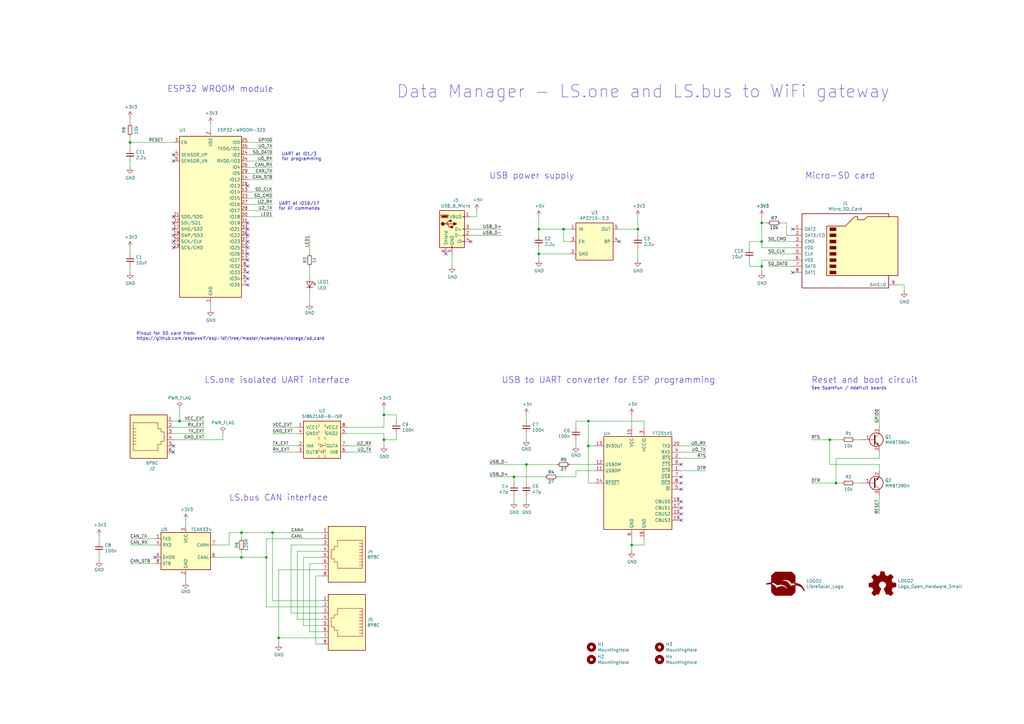
<source format=kicad_sch>
(kicad_sch (version 20230121) (generator eeschema)
  (paper "A3")
  (title_block (title "Data Manager") (date "2019-10-17") (rev "0.2") (company "Libre Solar") (comment 1 "Author: Martin Jäger") (comment 2 "Website: https://libre.solar"))
  (lib_symbols
    (symbol "Connector:6P6C" (pin_names (offset 1.016))
      (property "Reference" "J" (at -5.08 11.43 0))
      (property "Value" "6P6C" (at 2.54 11.43 0))
      (symbol "6P6C_1_1"
        (pin passive line (at 10.16 -5.08 180) (length 2.54) (name "~") (number "1"))
        (pin passive line (at 10.16 -2.54 180) (length 2.54) (name "~") (number "2"))
        (pin passive line (at 10.16 0 180) (length 2.54) (name "~") (number "3"))
        (pin passive line (at 10.16 2.54 180) (length 2.54) (name "~") (number "4"))
        (pin passive line (at 10.16 5.08 180) (length 2.54) (name "~") (number "5"))
        (pin passive line (at 10.16 7.62 180) (length 2.54) (name "~") (number "6"))
      )
    )
    (symbol "Connector:8P8C" (pin_names (offset 1.016))
      (property "Reference" "J" (at -5.08 13.97 0))
      (property "Value" "8P8C" (at 2.54 13.97 0))
      (symbol "8P8C_1_1"
        (pin passive line (at 10.16 -7.62 180) (length 2.54) (name "~") (number "1"))
        (pin passive line (at 10.16 -5.08 180) (length 2.54) (name "~") (number "2"))
        (pin passive line (at 10.16 -2.54 180) (length 2.54) (name "~") (number "3"))
        (pin passive line (at 10.16 0 180) (length 2.54) (name "~") (number "4"))
        (pin passive line (at 10.16 2.54 180) (length 2.54) (name "~") (number "5"))
        (pin passive line (at 10.16 5.08 180) (length 2.54) (name "~") (number "6"))
        (pin passive line (at 10.16 7.62 180) (length 2.54) (name "~") (number "7"))
        (pin passive line (at 10.16 10.16 180) (length 2.54) (name "~") (number "8"))
      )
    )
    (symbol "Connector:Micro_SD_Card" (pin_names (offset 1.016))
      (property "Reference" "J" (at -16.51 15.24 0))
      (property "Value" "Micro_SD_Card" (at 16.51 15.24 0))
      (symbol "Micro_SD_Card_1_1"
        (pin bidirectional line (at -22.86 7.62 0) (length 3.81) (name "DAT2") (number "1"))
        (pin bidirectional line (at -22.86 5.08 0) (length 3.81) (name "DAT3/CD") (number "2"))
        (pin input line (at -22.86 2.54 0) (length 3.81) (name "CMD") (number "3"))
        (pin power_in line (at -22.86 0 0) (length 3.81) (name "VDD") (number "4"))
        (pin input line (at -22.86 -2.54 0) (length 3.81) (name "CLK") (number "5"))
        (pin power_in line (at -22.86 -5.08 0) (length 3.81) (name "VSS") (number "6"))
        (pin bidirectional line (at -22.86 -7.62 0) (length 3.81) (name "DAT0") (number "7"))
        (pin bidirectional line (at -22.86 -10.16 0) (length 3.81) (name "DAT1") (number "8"))
        (pin passive line (at 20.32 -15.24 180) (length 3.81) (name "SHIELD") (number "9"))
      )
    )
    (symbol "Graphic:Logo_Open_Hardware_Small" (in_bom no) (on_board no))
    (symbol "Interface_CAN_LIN:TCAN334"
      (property "Reference" "U" (at -10.16 8.89 0))
      (property "Value" "TCAN334" (at 2.54 8.89 0))
      (symbol "TCAN334_1_1"
        (pin input line (at -12.7 5.08 0) (length 2.54) (name "TXD") (number "1"))
        (pin power_in line (at 0 -10.16 90) (length 2.54) (name "GND") (number "2"))
        (pin power_in line (at 0 10.16 270) (length 2.54) (name "VCC") (number "3"))
        (pin tri_state line (at -12.7 2.54 0) (length 2.54) (name "RXD") (number "4"))
        (pin input line (at -12.7 -2.54 0) (length 2.54) (name "SHDN") (number "5"))
        (pin bidirectional line (at 12.7 -2.54 180) (length 2.54) (name "CANL") (number "6"))
        (pin bidirectional line (at 12.7 2.54 180) (length 2.54) (name "CANH") (number "7"))
        (pin input line (at -12.7 -5.08 0) (length 2.54) (name "STB") (number "8"))
      )
    )
    (symbol "Interface_USB:FT231XS"
      (property "Reference" "U" (at -13.97 20.32 0))
      (property "Value" "FT231XS" (at 7.62 20.32 0))
      (symbol "FT231XS_1_1"
        (pin output line (at 17.78 5.08 180) (length 3.81) (name "~{DTR}") (number "1"))
        (pin bidirectional line (at 17.78 -12.7 180) (length 3.81) (name "CBUS2") (number "10"))
        (pin bidirectional line (at -17.78 5.08 0) (length 3.81) (name "USBDP") (number "11"))
        (pin bidirectional line (at -17.78 7.62 0) (length 3.81) (name "USBDM") (number "12"))
        (pin power_out line (at -17.78 15.24 0) (length 3.81) (name "3V3OUT") (number "13"))
        (pin input line (at -17.78 0 0) (length 3.81) (name "~{RESET}") (number "14"))
        (pin power_in line (at -2.54 22.86 270) (length 3.81) (name "VCC") (number "15"))
        (pin power_in line (at 2.54 -22.86 90) (length 3.81) (name "GND") (number "16"))
        (pin bidirectional line (at 17.78 -10.16 180) (length 3.81) (name "CBUS1") (number "17"))
        (pin bidirectional line (at 17.78 -7.62 180) (length 3.81) (name "CBUS0") (number "18"))
        (pin bidirectional line (at 17.78 -15.24 180) (length 3.81) (name "CBUS3") (number "19"))
        (pin output line (at 17.78 10.16 180) (length 3.81) (name "~{RTS}") (number "2"))
        (pin output line (at 17.78 15.24 180) (length 3.81) (name "TXD") (number "20"))
        (pin power_in line (at 2.54 22.86 270) (length 3.81) (name "VCCIO") (number "3"))
        (pin input line (at 17.78 12.7 180) (length 3.81) (name "RXD") (number "4"))
        (pin input line (at 17.78 -2.54 180) (length 3.81) (name "~{RI}") (number "5"))
        (pin power_in line (at -2.54 -22.86 90) (length 3.81) (name "GND") (number "6"))
        (pin input line (at 17.78 2.54 180) (length 3.81) (name "~{DSR}") (number "7"))
        (pin input line (at 17.78 0 180) (length 3.81) (name "~{DCD}") (number "8"))
        (pin input line (at 17.78 7.62 180) (length 3.81) (name "~{CTS}") (number "9"))
      )
    )
    (symbol "Mechanical:MountingHole" (pin_names (offset 1.016))
      (property "Reference" "H" (at 0 5.08 0))
      (property "Value" "MountingHole" (at 0 3.175 0))
    )
    (symbol "Project:C" (pin_numbers hide) (pin_names (offset 0.254) hide)
      (property "Reference" "C" (at 0.635 1.905 0))
      (property "Value" "C" (at 0.635 -1.905 0))
      (symbol "C_1_1"
        (pin passive line (at 0 2.54 270) (length 1.905) (name "~") (number "1"))
        (pin passive line (at 0 -2.54 90) (length 2.032) (name "~") (number "2"))
      )
    )
    (symbol "Project:D_LED" (pin_numbers hide) (pin_names (offset 1.016) hide)
      (property "Reference" "D" (at 3.175 1.27 0))
      (property "Value" "D_LED" (at 3.175 -1.27 0))
      (symbol "D_LED_1_1"
        (pin passive line (at 0 -2.54 90) (length 1.27) (name "K") (number "1"))
        (pin passive line (at 0 2.54 270) (length 1.27) (name "A") (number "2"))
      )
    )
    (symbol "Project:ESP32-WROOM-32D"
      (property "Reference" "U" (at -12.7 34.29 0))
      (property "Value" "ESP32-WROOM-32D" (at 1.27 34.29 0))
      (symbol "ESP32-WROOM-32D_1_1"
        (pin power_in line (at 0 -35.56 90) (length 2.54) (name "GND") (number "1"))
        (pin bidirectional line (at 15.24 -12.7 180) (length 2.54) (name "IO25") (number "10"))
        (pin bidirectional line (at 15.24 -15.24 180) (length 2.54) (name "IO26") (number "11"))
        (pin bidirectional line (at 15.24 -17.78 180) (length 2.54) (name "IO27") (number "12"))
        (pin bidirectional line (at 15.24 10.16 180) (length 2.54) (name "IO14") (number "13"))
        (pin bidirectional line (at 15.24 15.24 180) (length 2.54) (name "IO12") (number "14"))
        (pin passive line (at 0 -35.56 90) (length 2.54) hide (name "GND") (number "15"))
        (pin bidirectional line (at 15.24 12.7 180) (length 2.54) (name "IO13") (number "16"))
        (pin bidirectional line (at -15.24 -5.08 0) (length 2.54) (name "SHD/SD2") (number "17"))
        (pin bidirectional line (at -15.24 -7.62 0) (length 2.54) (name "SWP/SD3") (number "18"))
        (pin bidirectional line (at -15.24 -12.7 0) (length 2.54) (name "SCS/CMD") (number "19"))
        (pin power_in line (at 0 35.56 270) (length 2.54) (name "VDD") (number "2"))
        (pin bidirectional line (at -15.24 -10.16 0) (length 2.54) (name "SCK/CLK") (number "20"))
        (pin bidirectional line (at -15.24 0 0) (length 2.54) (name "SDO/SD0") (number "21"))
        (pin bidirectional line (at -15.24 -2.54 0) (length 2.54) (name "SDI/SD1") (number "22"))
        (pin bidirectional line (at 15.24 7.62 180) (length 2.54) (name "IO15") (number "23"))
        (pin bidirectional line (at 15.24 25.4 180) (length 2.54) (name "IO2") (number "24"))
        (pin bidirectional line (at 15.24 30.48 180) (length 2.54) (name "IO0") (number "25"))
        (pin bidirectional line (at 15.24 20.32 180) (length 2.54) (name "IO4") (number "26"))
        (pin bidirectional line (at 15.24 5.08 180) (length 2.54) (name "IO16") (number "27"))
        (pin bidirectional line (at 15.24 2.54 180) (length 2.54) (name "IO17") (number "28"))
        (pin bidirectional line (at 15.24 17.78 180) (length 2.54) (name "IO5") (number "29"))
        (pin input line (at -15.24 30.48 0) (length 2.54) (name "EN") (number "3"))
        (pin bidirectional line (at 15.24 0 180) (length 2.54) (name "IO18") (number "30"))
        (pin bidirectional line (at 15.24 -2.54 180) (length 2.54) (name "IO19") (number "31"))
        (pin no_connect line (at -12.7 -27.94 0) (length 2.54) hide (name "NC") (number "32"))
        (pin bidirectional line (at 15.24 -5.08 180) (length 2.54) (name "IO21") (number "33"))
        (pin bidirectional line (at 15.24 22.86 180) (length 2.54) (name "RXD0/IO3") (number "34"))
        (pin bidirectional line (at 15.24 27.94 180) (length 2.54) (name "TXD0/IO1") (number "35"))
        (pin bidirectional line (at 15.24 -7.62 180) (length 2.54) (name "IO22") (number "36"))
        (pin bidirectional line (at 15.24 -10.16 180) (length 2.54) (name "IO23") (number "37"))
        (pin passive line (at 0 -35.56 90) (length 2.54) hide (name "GND") (number "38"))
        (pin input line (at -15.24 25.4 0) (length 2.54) (name "SENSOR_VP") (number "4"))
        (pin input line (at -15.24 22.86 0) (length 2.54) (name "SENSOR_VN") (number "5"))
        (pin input line (at 15.24 -25.4 180) (length 2.54) (name "IO34") (number "6"))
        (pin input line (at 15.24 -27.94 180) (length 2.54) (name "IO35") (number "7"))
        (pin bidirectional line (at 15.24 -20.32 180) (length 2.54) (name "IO32") (number "8"))
        (pin bidirectional line (at 15.24 -22.86 180) (length 2.54) (name "IO33") (number "9"))
      )
    )
    (symbol "Project:LibreSolar_Logo" (pin_numbers hide) (pin_names (offset 1.016) hide)
      (property "Reference" "LOGO" (at 0 6.985 0))
      (property "Value" "LibreSolar_Logo" (at 0 -5.715 0))
    )
    (symbol "Project:R" (pin_numbers hide) (pin_names (offset 0.254) hide)
      (property "Reference" "R" (at -1.905 0 90))
      (property "Value" "R" (at 1.905 0 90))
      (symbol "R_1_1"
        (pin passive line (at 0 2.54 270) (length 0.762) (name "~") (number "1"))
        (pin passive line (at 0 -2.54 90) (length 0.762) (name "~") (number "2"))
      )
    )
    (symbol "Project:SI8621AB" (pin_names (offset 1.016))
      (property "Reference" "U" (at 0 10.795 0))
      (property "Value" "SI8621AB" (at 0 8.89 0))
      (symbol "SI8621AB_1_1"
        (pin power_in line (at -10.16 5.08 0) (length 2.54) (name "VCC1") (number "1"))
        (pin input line (at -10.16 -2.54 0) (length 2.54) (name "INA") (number "2"))
        (pin output line (at -10.16 -5.08 0) (length 2.54) (name "OUTB") (number "3"))
        (pin power_in line (at -10.16 2.54 0) (length 2.54) (name "GND1") (number "4"))
        (pin power_in line (at 10.16 2.54 180) (length 2.54) (name "GND2") (number "5"))
        (pin input line (at 10.16 -5.08 180) (length 2.54) (name "INB") (number "6"))
        (pin output line (at 10.16 -2.54 180) (length 2.54) (name "OUTA") (number "7"))
        (pin power_in line (at 10.16 5.08 180) (length 2.54) (name "VCC2") (number "8"))
      )
    )
    (symbol "Transistor_BJT:MMBT3904" (pin_names (offset 0) hide)
      (property "Reference" "Q" (at 5.08 1.905 0))
      (property "Value" "MMBT3904" (at 5.08 0 0))
      (symbol "MMBT3904_1_1"
        (pin input line (at -5.08 0 0) (length 5.715) (name "B") (number "1"))
        (pin passive line (at 2.54 -5.08 90) (length 2.54) (name "E") (number "2"))
        (pin passive line (at 2.54 5.08 270) (length 2.54) (name "C") (number "3"))
      )
    )
    (symbol "data-manager-rescue:AP2210-3.3-LibreSolar" (pin_names (offset 1.016))
      (property "Reference" "U" (at 0 8.89 0))
      (property "Value" "LibreSolar_AP2210-3.3" (at 0 -8.89 0))
      (symbol "AP2210-3.3-LibreSolar_1_1"
        (pin power_in line (at -10.16 5.08 0) (length 2.54) (name "IN") (number "1"))
        (pin power_in line (at -10.16 -5.08 0) (length 2.54) (name "GND") (number "2"))
        (pin input line (at -10.16 0 0) (length 2.54) (name "EN") (number "3"))
        (pin input line (at 10.16 0 180) (length 2.54) (name "BP") (number "4"))
        (pin power_out line (at 10.16 5.08 180) (length 2.54) (name "OUT") (number "5"))
      )
    )
    (symbol "data-manager-rescue:USB_B_Micro-Connector" (pin_names (offset 1.016))
      (property "Reference" "J" (at -5.08 11.43 0))
      (property "Value" "Connector_USB_B_Micro" (at -5.08 8.89 0))
      (symbol "USB_B_Micro-Connector_1_1"
        (pin power_out line (at 7.62 5.08 180) (length 2.54) (name "VBUS") (number "1"))
        (pin passive line (at 7.62 -2.54 180) (length 2.54) (name "D-") (number "2"))
        (pin passive line (at 7.62 0 180) (length 2.54) (name "D+") (number "3"))
        (pin passive line (at 7.62 -5.08 180) (length 2.54) (name "ID") (number "4"))
        (pin power_out line (at 0 -10.16 90) (length 2.54) (name "GND") (number "5"))
        (pin passive line (at -2.54 -10.16 90) (length 2.54) (name "Shield") (number "6"))
      )
    )
    (symbol "power:+3V3" (power) (pin_names (offset 0))
      (property "Value" "+3V3" (at 0 3.556 0))
      (symbol "+3V3_1_1"
        (pin power_in line (at 0 0 90) (length 0) hide (name "+3V3") (number "1"))
      )
    )
    (symbol "power:+5V" (power) (pin_names (offset 0))
      (property "Value" "+5V" (at 0 3.556 0))
      (symbol "+5V_1_1"
        (pin power_in line (at 0 0 90) (length 0) hide (name "+5V") (number "1"))
      )
    )
    (symbol "power:GND" (power) (pin_names (offset 0))
      (property "Value" "GND" (at 0 -3.81 0))
      (symbol "GND_1_1"
        (pin power_in line (at 0 0 270) (length 0) hide (name "GND") (number "1"))
      )
    )
    (symbol "power:PWR_FLAG" (power) (pin_numbers hide) (pin_names (offset 0) hide)
      (property "Value" "PWR_FLAG" (at 0 3.81 0))
      (symbol "PWR_FLAG_0_0"
        (pin power_out line (at 0 0 90) (length 0) (name "pwr") (number "1"))
      )
    )
  )
  (junction (at 157.48 180.34))
  (junction (at 231.14 93.98))
  (junction (at 210.82 195.58))
  (junction (at 73.66 172.72))
  (junction (at 53.34 58.42))
  (junction (at 99.06 228.6))
  (junction (at 114.3 261.62))
  (junction (at 215.9 190.5))
  (junction (at 241.3 182.88))
  (junction (at 157.48 170.18))
  (junction (at 342.9 198.12))
  (junction (at 312.42 91.44))
  (junction (at 241.3 172.72))
  (junction (at 312.42 109.22))
  (junction (at 220.98 104.14))
  (junction (at 261.62 93.98))
  (junction (at 340.36 180.34))
  (junction (at 109.22 228.6))
  (junction (at 312.42 99.06))
  (junction (at 111.76 218.44))
  (junction (at 259.08 223.52))
  (junction (at 99.06 218.44))
  (junction (at 220.98 93.98))
  (no_connect (at 71.12 99.06))
  (no_connect (at 71.12 88.9))
  (no_connect (at 254 99.06))
  (no_connect (at 101.6 109.22))
  (no_connect (at 71.12 66.04))
  (no_connect (at 101.6 91.44))
  (no_connect (at 71.12 101.6))
  (no_connect (at 325.12 111.76))
  (no_connect (at 279.4 213.36))
  (no_connect (at 71.12 93.98))
  (no_connect (at 279.4 205.74))
  (no_connect (at 101.6 101.6))
  (no_connect (at 63.5 228.6))
  (no_connect (at 101.6 116.84))
  (no_connect (at 279.4 210.82))
  (no_connect (at 279.4 200.66))
  (no_connect (at 101.6 99.06))
  (no_connect (at 71.12 182.88))
  (no_connect (at 182.88 104.14))
  (no_connect (at 279.4 195.58))
  (no_connect (at 101.6 76.2))
  (no_connect (at 101.6 96.52))
  (no_connect (at 193.04 99.06))
  (no_connect (at 71.12 91.44))
  (no_connect (at 101.6 114.3))
  (no_connect (at 279.4 208.28))
  (no_connect (at 71.12 63.5))
  (no_connect (at 279.4 198.12))
  (no_connect (at 279.4 190.5))
  (no_connect (at 71.12 96.52))
  (no_connect (at 101.6 104.14))
  (no_connect (at 101.6 93.98))
  (no_connect (at 71.12 185.42))
  (no_connect (at 101.6 111.76))
  (no_connect (at 325.12 93.98))
  (no_connect (at 101.6 106.68))
  (wire (pts (xy 53.34 66.04) (xy 53.34 68.58)))
  (wire (pts (xy 210.82 195.58) (xy 200.66 195.58)))
  (wire (pts (xy 312.42 101.6) (xy 312.42 99.06)))
  (wire (pts (xy 236.22 172.72) (xy 236.22 175.26)))
  (wire (pts (xy 86.36 50.8) (xy 86.36 53.34)))
  (wire (pts (xy 99.06 228.6) (xy 109.22 228.6)))
  (wire (pts (xy 101.6 83.82) (xy 111.76 83.82)))
  (wire (pts (xy 132.08 220.98) (xy 109.22 220.98)))
  (wire (pts (xy 279.4 193.04) (xy 289.56 193.04)))
  (wire (pts (xy 101.6 66.04) (xy 111.76 66.04)))
  (wire (pts (xy 360.68 175.26) (xy 360.68 167.64)))
  (wire (pts (xy 193.04 96.52) (xy 205.74 96.52)))
  (wire (pts (xy 157.48 177.8) (xy 142.24 177.8)))
  (wire (pts (xy 53.34 109.22) (xy 53.34 111.76)))
  (wire (pts (xy 243.84 190.5) (xy 233.68 190.5)))
  (wire (pts (xy 307.34 99.06) (xy 312.42 99.06)))
  (wire (pts (xy 215.9 177.8) (xy 215.9 180.34)))
  (wire (pts (xy 264.16 223.52) (xy 264.16 220.98)))
  (wire (pts (xy 220.98 104.14) (xy 220.98 106.68)))
  (wire (pts (xy 162.56 170.18) (xy 157.48 170.18)))
  (wire (pts (xy 63.5 231.14) (xy 53.34 231.14)))
  (wire (pts (xy 342.9 198.12) (xy 332.74 198.12)))
  (wire (pts (xy 312.42 91.44) (xy 312.42 88.9)))
  (wire (pts (xy 325.12 109.22) (xy 314.96 109.22)))
  (wire (pts (xy 220.98 96.52) (xy 220.98 93.98)))
  (wire (pts (xy 121.92 226.06) (xy 132.08 226.06)))
  (wire (pts (xy 322.58 96.52) (xy 322.58 91.44)))
  (wire (pts (xy 127 119.38) (xy 127 124.46)))
  (wire (pts (xy 132.08 259.08) (xy 127 259.08)))
  (wire (pts (xy 325.12 106.68) (xy 312.42 106.68)))
  (wire (pts (xy 99.06 226.06) (xy 99.06 228.6)))
  (wire (pts (xy 228.6 190.5) (xy 215.9 190.5)))
  (wire (pts (xy 53.34 58.42) (xy 53.34 60.96)))
  (wire (pts (xy 325.12 101.6) (xy 312.42 101.6)))
  (wire (pts (xy 261.62 93.98) (xy 254 93.98)))
  (wire (pts (xy 101.6 60.96) (xy 111.76 60.96)))
  (wire (pts (xy 127 259.08) (xy 127 231.14)))
  (wire (pts (xy 342.9 187.96) (xy 342.9 198.12)))
  (wire (pts (xy 162.56 172.72) (xy 162.56 170.18)))
  (wire (pts (xy 121.92 175.26) (xy 111.76 175.26)))
  (wire (pts (xy 279.4 187.96) (xy 289.56 187.96)))
  (wire (pts (xy 40.64 219.71) (xy 40.64 222.25)))
  (wire (pts (xy 142.24 185.42) (xy 152.4 185.42)))
  (wire (pts (xy 312.42 109.22) (xy 312.42 111.76)))
  (wire (pts (xy 185.42 104.14) (xy 185.42 109.22)))
  (wire (pts (xy 132.08 248.92) (xy 109.22 248.92)))
  (wire (pts (xy 236.22 180.34) (xy 236.22 182.88)))
  (wire (pts (xy 101.6 73.66) (xy 111.76 73.66)))
  (wire (pts (xy 101.6 71.12) (xy 111.76 71.12)))
  (wire (pts (xy 71.12 180.34) (xy 91.44 180.34)))
  (wire (pts (xy 86.36 124.46) (xy 86.36 127)))
  (wire (pts (xy 142.24 175.26) (xy 157.48 175.26)))
  (wire (pts (xy 114.3 233.68) (xy 114.3 261.62)))
  (wire (pts (xy 231.14 93.98) (xy 233.68 93.98)))
  (wire (pts (xy 91.44 180.34) (xy 91.44 177.8)))
  (wire (pts (xy 220.98 88.9) (xy 220.98 93.98)))
  (wire (pts (xy 111.76 218.44) (xy 111.76 246.38)))
  (wire (pts (xy 71.12 175.26) (xy 83.82 175.26)))
  (wire (pts (xy 322.58 91.44) (xy 320.04 91.44)))
  (wire (pts (xy 142.24 182.88) (xy 152.4 182.88)))
  (wire (pts (xy 210.82 203.2) (xy 210.82 205.74)))
  (wire (pts (xy 264.16 172.72) (xy 241.3 172.72)))
  (wire (pts (xy 63.5 220.98) (xy 53.34 220.98)))
  (wire (pts (xy 307.34 109.22) (xy 307.34 106.68)))
  (wire (pts (xy 215.9 170.18) (xy 215.9 172.72)))
  (wire (pts (xy 312.42 106.68) (xy 312.42 109.22)))
  (wire (pts (xy 259.08 223.52) (xy 264.16 223.52)))
  (wire (pts (xy 73.66 167.64) (xy 73.66 172.72)))
  (wire (pts (xy 353.06 198.12) (xy 350.52 198.12)))
  (wire (pts (xy 261.62 96.52) (xy 261.62 93.98)))
  (wire (pts (xy 101.6 88.9) (xy 111.76 88.9)))
  (wire (pts (xy 129.54 236.22) (xy 132.08 236.22)))
  (wire (pts (xy 220.98 93.98) (xy 231.14 93.98)))
  (wire (pts (xy 109.22 248.92) (xy 109.22 228.6)))
  (wire (pts (xy 360.68 187.96) (xy 342.9 187.96)))
  (wire (pts (xy 215.9 203.2) (xy 215.9 205.74)))
  (wire (pts (xy 157.48 175.26) (xy 157.48 170.18)))
  (wire (pts (xy 307.34 101.6) (xy 307.34 99.06)))
  (wire (pts (xy 129.54 264.16) (xy 132.08 264.16)))
  (wire (pts (xy 360.68 190.5) (xy 360.68 193.04)))
  (wire (pts (xy 215.9 190.5) (xy 200.66 190.5)))
  (wire (pts (xy 195.58 88.9) (xy 195.58 86.36)))
  (wire (pts (xy 264.16 175.26) (xy 264.16 172.72)))
  (wire (pts (xy 132.08 246.38) (xy 111.76 246.38)))
  (wire (pts (xy 76.2 236.22) (xy 76.2 238.76)))
  (wire (pts (xy 71.12 172.72) (xy 73.66 172.72)))
  (wire (pts (xy 132.08 261.62) (xy 114.3 261.62)))
  (wire (pts (xy 119.38 251.46) (xy 132.08 251.46)))
  (wire (pts (xy 215.9 198.12) (xy 215.9 190.5)))
  (wire (pts (xy 127 109.22) (xy 127 114.3)))
  (wire (pts (xy 325.12 99.06) (xy 314.96 99.06)))
  (wire (pts (xy 162.56 177.8) (xy 162.56 180.34)))
  (wire (pts (xy 124.46 228.6) (xy 132.08 228.6)))
  (wire (pts (xy 40.64 227.33) (xy 40.64 229.87)))
  (wire (pts (xy 101.6 58.42) (xy 111.76 58.42)))
  (wire (pts (xy 223.52 195.58) (xy 210.82 195.58)))
  (wire (pts (xy 101.6 86.36) (xy 111.76 86.36)))
  (wire (pts (xy 312.42 109.22) (xy 307.34 109.22)))
  (wire (pts (xy 88.9 228.6) (xy 99.06 228.6)))
  (wire (pts (xy 93.98 218.44) (xy 99.06 218.44)))
  (wire (pts (xy 340.36 190.5) (xy 360.68 190.5)))
  (wire (pts (xy 259.08 175.26) (xy 259.08 170.18)))
  (wire (pts (xy 243.84 182.88) (xy 241.3 182.88)))
  (wire (pts (xy 132.08 233.68) (xy 114.3 233.68)))
  (wire (pts (xy 236.22 195.58) (xy 228.6 195.58)))
  (wire (pts (xy 53.34 50.8) (xy 53.34 48.26)))
  (wire (pts (xy 210.82 198.12) (xy 210.82 195.58)))
  (wire (pts (xy 360.68 185.42) (xy 360.68 187.96)))
  (wire (pts (xy 111.76 218.44) (xy 132.08 218.44)))
  (wire (pts (xy 124.46 256.54) (xy 124.46 228.6)))
  (wire (pts (xy 312.42 99.06) (xy 312.42 91.44)))
  (wire (pts (xy 99.06 218.44) (xy 111.76 218.44)))
  (wire (pts (xy 233.68 104.14) (xy 220.98 104.14)))
  (wire (pts (xy 73.66 172.72) (xy 83.82 172.72)))
  (wire (pts (xy 259.08 223.52) (xy 259.08 226.06)))
  (wire (pts (xy 241.3 182.88) (xy 241.3 198.12)))
  (wire (pts (xy 132.08 254) (xy 121.92 254)))
  (wire (pts (xy 101.6 81.28) (xy 111.76 81.28)))
  (wire (pts (xy 127 104.14) (xy 127 96.52)))
  (wire (pts (xy 345.44 198.12) (xy 342.9 198.12)))
  (wire (pts (xy 157.48 180.34) (xy 157.48 177.8)))
  (wire (pts (xy 101.6 63.5) (xy 111.76 63.5)))
  (wire (pts (xy 121.92 177.8) (xy 111.76 177.8)))
  (wire (pts (xy 241.3 172.72) (xy 236.22 172.72)))
  (wire (pts (xy 233.68 99.06) (xy 231.14 99.06)))
  (wire (pts (xy 360.68 203.2) (xy 360.68 210.82)))
  (wire (pts (xy 53.34 101.6) (xy 53.34 104.14)))
  (wire (pts (xy 121.92 185.42) (xy 111.76 185.42)))
  (wire (pts (xy 114.3 261.62) (xy 114.3 264.16)))
  (wire (pts (xy 93.98 223.52) (xy 93.98 218.44)))
  (wire (pts (xy 157.48 170.18) (xy 157.48 167.64)))
  (wire (pts (xy 261.62 88.9) (xy 261.62 93.98)))
  (wire (pts (xy 88.9 223.52) (xy 93.98 223.52)))
  (wire (pts (xy 193.04 93.98) (xy 205.74 93.98)))
  (wire (pts (xy 325.12 96.52) (xy 322.58 96.52)))
  (wire (pts (xy 121.92 254) (xy 121.92 226.06)))
  (wire (pts (xy 261.62 101.6) (xy 261.62 106.68)))
  (wire (pts (xy 111.76 182.88) (xy 121.92 182.88)))
  (wire (pts (xy 71.12 177.8) (xy 83.82 177.8)))
  (wire (pts (xy 111.76 78.74) (xy 101.6 78.74)))
  (wire (pts (xy 119.38 223.52) (xy 119.38 251.46)))
  (wire (pts (xy 157.48 182.88) (xy 157.48 180.34)))
  (wire (pts (xy 345.44 180.34) (xy 340.36 180.34)))
  (wire (pts (xy 101.6 68.58) (xy 111.76 68.58)))
  (wire (pts (xy 132.08 256.54) (xy 124.46 256.54)))
  (wire (pts (xy 325.12 104.14) (xy 314.96 104.14)))
  (wire (pts (xy 368.3 116.84) (xy 370.84 116.84)))
  (wire (pts (xy 259.08 220.98) (xy 259.08 223.52)))
  (wire (pts (xy 340.36 180.34) (xy 332.74 180.34)))
  (wire (pts (xy 99.06 218.44) (xy 99.06 220.98)))
  (wire (pts (xy 243.84 193.04) (xy 236.22 193.04)))
  (wire (pts (xy 76.2 213.36) (xy 76.2 215.9)))
  (wire (pts (xy 279.4 185.42) (xy 289.56 185.42)))
  (wire (pts (xy 241.3 172.72) (xy 241.3 182.88)))
  (wire (pts (xy 53.34 58.42) (xy 53.34 55.88)))
  (wire (pts (xy 132.08 223.52) (xy 119.38 223.52)))
  (wire (pts (xy 127 231.14) (xy 132.08 231.14)))
  (wire (pts (xy 63.5 223.52) (xy 53.34 223.52)))
  (wire (pts (xy 162.56 180.34) (xy 157.48 180.34)))
  (wire (pts (xy 279.4 182.88) (xy 289.56 182.88)))
  (wire (pts (xy 353.06 180.34) (xy 350.52 180.34)))
  (wire (pts (xy 340.36 180.34) (xy 340.36 190.5)))
  (wire (pts (xy 220.98 101.6) (xy 220.98 104.14)))
  (wire (pts (xy 193.04 88.9) (xy 195.58 88.9)))
  (wire (pts (xy 231.14 99.06) (xy 231.14 93.98)))
  (wire (pts (xy 241.3 198.12) (xy 243.84 198.12)))
  (wire (pts (xy 109.22 228.6) (xy 109.22 220.98)))
  (wire (pts (xy 370.84 116.84) (xy 370.84 119.38)))
  (wire (pts (xy 236.22 193.04) (xy 236.22 195.58)))
  (wire (pts (xy 129.54 236.22) (xy 129.54 264.16)))
  (wire (pts (xy 314.96 91.44) (xy 312.42 91.44)))
  (wire (pts (xy 53.34 58.42) (xy 71.12 58.42)))
  (text "LS.bus CAN interface" (at 93.98 205.74 0) (effects (font (size 2.54 2.54)) (justify left bottom)))
  (text "ESP32 WROOM module" (at 68.58 38.1 0) (effects (font (size 2.54 2.54)) (justify left bottom)))
  (text "UART at IO1/3\nfor programming" (at 115.57 66.04 0) (effects (font (size 1.27 1.27)) (justify left bottom)))
  (text "See Sparkfun / Adafruit boards" (at 332.74 160.02 0) (effects (font (size 1.27 1.27)) (justify left bottom)))
  (text "Data Manager - LS.one and LS.bus to WiFi gateway" (at 162.56 40.64 0) (effects (font (size 5.08 5.08)) (justify left bottom)))
  (text "Pinout for SD card from:\nhttps://github.com/espressif/esp-idf/tree/master/examples/storage/sd_card" (at 55.88 139.7 0) (effects (font (size 1.27 1.27)) (justify left bottom)))
  (text "USB to UART converter for ESP programming" (at 205.74 157.48 0) (effects (font (size 2.54 2.54)) (justify left bottom)))
  (text "Reset and boot circuit" (at 332.74 157.48 0) (effects (font (size 2.54 2.54)) (justify left bottom)))
  (text "Micro-SD card" (at 330.2 73.66 0) (effects (font (size 2.54 2.54)) (justify left bottom)))
  (text "LS.one isolated UART interface" (at 83.82 157.48 0) (effects (font (size 2.54 2.54)) (justify left bottom)))
  (text "USB power supply" (at 200.66 73.66 0) (effects (font (size 2.54 2.54)) (justify left bottom)))
  (text "UART at IO16/17\nfor AT commands" (at 114.3 86.36 0) (effects (font (size 1.27 1.27)) (justify left bottom)))
  (label "GPIO0" (at 360.68 167.64 270))
  (label "RX_EXT" (at 83.82 175.26 180))
  (label "LED1" (at 111.76 88.9 180))
  (label "RESET" (at 60.96 58.42 0))
  (label "SD_CLK" (at 111.76 78.74 180))
  (label "USB_D+" (at 205.74 93.98 180))
  (label "VCC_EXT" (at 111.76 175.26 0))
  (label "TX_EXT" (at 111.76 182.88 0))
  (label "CAN_STB" (at 111.76 73.66 180))
  (label "DTR" (at 289.56 193.04 180))
  (label "CAN_RX" (at 53.34 223.52 0))
  (label "USB_D-" (at 200.66 190.5 0))
  (label "SD_DAT0" (at 314.96 109.22 0))
  (label "TX_EXT" (at 83.82 177.8 180))
  (label "RX_EXT" (at 111.76 185.42 0))
  (label "CAN_TX" (at 53.34 220.98 0))
  (label "RTS" (at 332.74 180.34 0))
  (label "SD_CLK" (at 314.96 104.14 0))
  (label "GPIO0" (at 111.76 58.42 180))
  (label "SD_CMD" (at 111.76 81.28 180))
  (label "U0_RX" (at 111.76 66.04 180))
  (label "SD_CMD" (at 314.96 99.06 0))
  (label "RTS" (at 289.56 187.96 180))
  (label "USB_D+" (at 200.66 195.58 0))
  (label "U2_TX" (at 111.76 86.36 180))
  (label "U0_RX" (at 289.56 182.88 180))
  (label "RESET" (at 360.68 210.82 90))
  (label "CANH" (at 119.38 218.44 0))
  (label "USB_D-" (at 205.74 96.52 180))
  (label "U0_TX" (at 289.56 185.42 180))
  (label "CANL" (at 119.38 220.98 0))
  (label "CAN_STB" (at 53.34 231.14 0))
  (label "U2_RX" (at 111.76 83.82 180))
  (label "SD_DAT0" (at 111.76 63.5 180))
  (label "LED1" (at 127 96.52 270))
  (label "GND_EXT" (at 111.76 177.8 0))
  (label "CAN_RX" (at 111.76 68.58 180))
  (label "U0_TX" (at 111.76 60.96 180))
  (label "CAN_TX" (at 111.76 71.12 180))
  (label "DTR" (at 332.74 198.12 0))
  (label "U2_RX" (at 152.4 182.88 180))
  (label "GND_EXT" (at 83.82 180.34 180))
  (label "U2_TX" (at 152.4 185.42 180))
  (label "VCC_EXT" (at 83.82 172.72 180))
  (symbol (lib_id "Project:C") (at 53.34 106.68 0) (unit 1)
    (property "Reference" "C1" (at 55.6768 105.5116 0) (effects (justify left)))
    (property "Value" "10uF" (at 55.6768 107.823 0) (effects (justify left)))
    (property "Footprint" "LibreSolar:C_0805_2012" (effects hide))
    (property "Manufacturer" "Murata" (effects hide))
    (property "PartNumber" "GRM21BR61C106KE15L" (effects hide))
    (property "Remarks" "16V, X5R" (effects hide))
  )
  (symbol (lib_id "power:GND") (at 86.36 127 0) (unit 1)
    (property "Reference" "#PWR04" (effects hide))
    (property "Value" "GND" (at 86.487 131.3942 0))
  )
  (symbol (lib_id "power:GND") (at 53.34 111.76 0) (unit 1)
    (property "Reference" "#PWR03" (effects hide))
    (property "Value" "GND" (at 53.467 116.1542 0))
  )
  (symbol (lib_id "power:+3V3") (at 53.34 101.6 0) (unit 1)
    (property "Reference" "#PWR02" (effects hide))
    (property "Value" "+3V3" (at 53.721 97.2058 0))
  )
  (symbol (lib_id "power:+3V3") (at 86.36 50.8 0) (unit 1)
    (property "Reference" "#PWR0101" (effects hide))
    (property "Value" "+3V3" (at 86.741 46.4058 0))
  )
  (symbol (lib_id "Project:ESP32-WROOM-32D") (at 86.36 88.9 0) (unit 1)
    (property "Reference" "U1" (at 74.93 53.34 0))
    (property "Value" "ESP32-WROOM-32D" (at 99.06 53.34 0))
    (property "Footprint" "RF_Module:ESP32-WROOM-32" (effects hide))
    (property "Datasheet" "https://www.espressif.com/sites/default/files/documentation/esp32-wroom-32_datasheet_en.pdf" (effects hide))
  )
  (symbol (lib_id "Project:LibreSolar_Logo") (at 321.31 240.03 0) (unit 1)
    (property "Reference" "LOGO1" (at 330.708 238.252 0) (effects (justify left)))
    (property "Value" "LibreSolar_Logo" (at 330.708 240.5634 0) (effects (justify left)))
    (property "Footprint" "LibreSolar:LIBRESOLAR_LOGO" (effects hide))
  )
  (symbol (lib_id "Graphic:Logo_Open_Hardware_Small") (at 361.95 240.03 0) (unit 1)
    (property "Reference" "LOGO2" (at 368.2238 238.2266 0) (effects (justify left)))
    (property "Value" "Logo_Open_Hardware_Small" (at 368.2238 240.538 0) (effects (justify left)))
    (property "Footprint" "Symbol:OSHW-Logo_5.7x6mm_SilkScreen" (effects hide))
  )
  (symbol (lib_id "Transistor_BJT:MMBT3904") (at 358.14 180.34 0) (unit 1)
    (property "Reference" "Q1" (at 362.9914 179.1716 0) (effects (justify left)))
    (property "Value" "MMBT3904" (at 362.9914 181.483 0) (effects (justify left)))
    (property "Footprint" "LibreSolar:SOT-23" (effects hide))
    (property "Datasheet" "https://www.fairchildsemi.com/datasheets/2N/2N3904.pdf" (effects hide))
  )
  (symbol (lib_id "Project:R") (at 347.98 180.34 270) (unit 1)
    (property "Reference" "R1" (at 347.98 177.8 90))
    (property "Value" "10k" (at 347.98 182.88 90))
    (property "Footprint" "LibreSolar:R_0603_1608" (effects hide))
    (property "Manufacturer" "Yageo" (effects hide))
    (property "PartNumber" "RC0603FR-0710KL" (effects hide))
  )
  (symbol (lib_id "Transistor_BJT:MMBT3904") (at 358.14 198.12 0) (mirror x) (unit 1)
    (property "Reference" "Q2" (at 362.9914 196.9516 0) (effects (justify left)))
    (property "Value" "MMBT3904" (at 362.9914 199.263 0) (effects (justify left)))
    (property "Footprint" "LibreSolar:SOT-23" (effects hide))
    (property "Datasheet" "https://www.fairchildsemi.com/datasheets/2N/2N3904.pdf" (effects hide))
  )
  (symbol (lib_id "Project:R") (at 347.98 198.12 270) (unit 1)
    (property "Reference" "R2" (at 347.98 195.58 90))
    (property "Value" "10k" (at 347.98 200.66 90))
    (property "Footprint" "LibreSolar:R_0603_1608" (effects hide))
    (property "Manufacturer" "Yageo" (effects hide))
    (property "PartNumber" "RC0603FR-0710KL" (effects hide))
  )
  (symbol (lib_id "Interface_USB:FT231XS") (at 261.62 198.12 0) (unit 1)
    (property "Reference" "U4" (at 248.92 177.8 0))
    (property "Value" "FT231XS" (at 271.78 177.8 0))
    (property "Footprint" "Package_SO:SSOP-20_3.9x8.7mm_P0.635mm" (effects hide))
    (property "Datasheet" "http://www.ftdichip.com/Products/ICs/FT231X.html" (effects hide))
  )
  (symbol (lib_id "data-manager-rescue:USB_B_Micro-Connector") (at 185.42 93.98 0) (unit 1)
    (property "Reference" "J3" (at 186.8678 82.1182 0))
    (property "Value" "USB_B_Micro" (at 186.8678 84.4296 0))
    (property "Footprint" "LibreSolar:USB_Micro-B_10103594-0001LF" (effects hide))
  )
  (symbol (lib_id "power:GND") (at 127 124.46 0) (unit 1)
    (property "Reference" "#PWR0103" (effects hide))
    (property "Value" "GND" (at 127 128.27 0))
  )
  (symbol (lib_id "Project:R") (at 127 106.68 0) (mirror x) (unit 1)
    (property "Reference" "R3" (at 125.095 106.68 90))
    (property "Value" "1k" (at 128.905 106.68 90))
    (property "Footprint" "LibreSolar:R_0603_1608" (effects hide))
    (property "Manufacturer" "Yageo" (effects hide))
    (property "PartNumber" "RC0603FR-071KL" (effects hide))
  )
  (symbol (lib_id "Project:D_LED") (at 127 116.84 0) (unit 1)
    (property "Reference" "LED1" (at 130.175 115.57 0) (effects (justify left)))
    (property "Value" "LED" (at 130.175 118.11 0) (effects (justify left)))
    (property "Footprint" "LED_SMD:LED_0603_1608Metric" (effects hide))
  )
  (symbol (lib_id "Connector:6P6C") (at 60.96 177.8 0) (mirror x) (unit 1)
    (property "Reference" "J2" (at 62.4078 192.2018 0))
    (property "Value" "6P6C" (at 62.4078 189.8904 0))
    (property "Footprint" "LibreSolar:RJ12_RJ25_6P6C_Amphenol_54601" (effects hide))
    (property "Manufacturer" "Amphenol" (effects hide))
    (property "PartNumber" "54601-906WPLF" (effects hide))
  )
  (symbol (lib_id "Project:SI8621AB") (at 132.08 180.34 0) (unit 1)
    (property "Reference" "U2" (at 132.08 168.4782 0))
    (property "Value" "SI8621AB-B-ISR" (at 132.08 170.7896 0))
    (property "Footprint" "Package_SO:SOIC-8_3.9x4.9mm_P1.27mm" (effects hide))
  )
  (symbol (lib_id "power:+3V3") (at 157.48 167.64 0) (unit 1)
    (property "Reference" "#PWR0108" (effects hide))
    (property "Value" "+3V3" (at 157.861 163.2458 0))
  )
  (symbol (lib_id "power:GND") (at 157.48 182.88 0) (unit 1)
    (property "Reference" "#PWR0109" (effects hide))
    (property "Value" "GND" (at 157.607 187.2742 0))
  )
  (symbol (lib_id "data-manager-rescue:AP2210-3.3-LibreSolar") (at 243.84 99.06 0) (unit 1)
    (property "Reference" "U3" (at 243.84 87.1982 0))
    (property "Value" "AP2210-3.3" (at 243.84 89.5096 0))
    (property "Footprint" "LibreSolar:SOT-23-5" (effects hide))
    (property "Datasheet" "http://www.diodes.com/_files/datasheets/AP131.pdf" (effects hide))
  )
  (symbol (lib_id "Project:C") (at 261.62 99.06 0) (unit 1)
    (property "Reference" "C3" (at 263.9568 97.8916 0) (effects (justify left)))
    (property "Value" "2.2u" (at 263.9568 100.203 0) (effects (justify left)))
    (property "Footprint" "LibreSolar:C_0603_1608" (effects hide))
  )
  (symbol (lib_id "power:GND") (at 261.62 106.68 0) (unit 1)
    (property "Reference" "#PWR0104" (effects hide))
    (property "Value" "GND" (at 261.747 111.0742 0))
  )
  (symbol (lib_id "Connector:Micro_SD_Card") (at 347.98 101.6 0) (unit 1)
    (property "Reference" "J1" (at 346.71 83.3882 0))
    (property "Value" "Micro_SD_Card" (at 346.71 85.6996 0))
    (property "Footprint" "Connector_Card:microSD_HC_Hirose_DM3D-SF" (effects hide))
    (property "Datasheet" "http://katalog.we-online.de/em/datasheet/693072010801.pdf" (effects hide))
    (property "Manufacturer" "Hirose" (effects hide))
    (property "PartNumber" "DM3D-SF" (effects hide))
  )
  (symbol (lib_id "Project:C") (at 220.98 99.06 0) (unit 1)
    (property "Reference" "C2" (at 223.3168 97.8916 0) (effects (justify left)))
    (property "Value" "2.2u" (at 223.3168 100.203 0) (effects (justify left)))
    (property "Footprint" "LibreSolar:C_0603_1608" (effects hide))
  )
  (symbol (lib_id "power:GND") (at 220.98 106.68 0) (unit 1)
    (property "Reference" "#PWR0105" (effects hide))
    (property "Value" "GND" (at 221.107 111.0742 0))
  )
  (symbol (lib_id "power:+3V3") (at 261.62 88.9 0) (unit 1)
    (property "Reference" "#PWR0106" (effects hide))
    (property "Value" "+3V3" (at 262.001 84.5058 0))
  )
  (symbol (lib_id "power:+5V") (at 220.98 88.9 0) (unit 1)
    (property "Reference" "#PWR0107" (effects hide))
    (property "Value" "+5V" (at 221.361 84.5058 0))
  )
  (symbol (lib_id "Mechanical:MountingHole") (at 242.57 265.43 0) (unit 1)
    (property "Reference" "H1" (at 245.11 264.2616 0) (effects (justify left)))
    (property "Value" "MountingHole" (at 245.11 266.573 0) (effects (justify left)))
    (property "Footprint" "MountingHole:MountingHole_3mm" (effects hide))
  )
  (symbol (lib_id "power:GND") (at 185.42 109.22 0) (unit 1)
    (property "Reference" "#PWR0110" (effects hide))
    (property "Value" "GND" (at 185.547 113.6142 0))
  )
  (symbol (lib_id "power:+5V") (at 195.58 86.36 0) (unit 1)
    (property "Reference" "#PWR0111" (effects hide))
    (property "Value" "+5V" (at 195.961 81.9658 0))
  )
  (symbol (lib_id "Mechanical:MountingHole") (at 242.57 270.51 0) (unit 1)
    (property "Reference" "H2" (at 245.11 269.3416 0) (effects (justify left)))
    (property "Value" "MountingHole" (at 245.11 271.653 0) (effects (justify left)))
    (property "Footprint" "MountingHole:MountingHole_3mm" (effects hide))
  )
  (symbol (lib_id "Mechanical:MountingHole") (at 270.51 265.43 0) (unit 1)
    (property "Reference" "H3" (at 273.05 264.2616 0) (effects (justify left)))
    (property "Value" "MountingHole" (at 273.05 266.573 0) (effects (justify left)))
    (property "Footprint" "MountingHole:MountingHole_3mm" (effects hide))
  )
  (symbol (lib_id "Mechanical:MountingHole") (at 270.51 270.51 0) (unit 1)
    (property "Reference" "H4" (at 273.05 269.3416 0) (effects (justify left)))
    (property "Value" "MountingHole" (at 273.05 271.653 0) (effects (justify left)))
    (property "Footprint" "MountingHole:MountingHole_3mm" (effects hide))
  )
  (symbol (lib_id "Project:R") (at 231.14 190.5 90) (mirror x) (unit 1)
    (property "Reference" "R5" (at 231.14 188.595 90))
    (property "Value" "27" (at 231.14 192.405 90))
    (property "Footprint" "LibreSolar:R_0603_1608" (effects hide))
    (property "Manufacturer" "Yageo" (effects hide))
    (property "PartNumber" "RC0603FR-0727RL" (effects hide))
  )
  (symbol (lib_id "Project:R") (at 226.06 195.58 90) (mirror x) (unit 1)
    (property "Reference" "R4" (at 226.06 193.675 90))
    (property "Value" "27" (at 226.06 197.485 90))
    (property "Footprint" "LibreSolar:R_0603_1608" (effects hide))
    (property "Manufacturer" "Yageo" (effects hide))
    (property "PartNumber" "RC0603FR-0727RL" (effects hide))
  )
  (symbol (lib_id "Project:C") (at 215.9 200.66 0) (unit 1)
    (property "Reference" "C5" (at 218.2368 199.4916 0) (effects (justify left)))
    (property "Value" "47p" (at 218.2368 201.803 0) (effects (justify left)))
    (property "Footprint" "LibreSolar:C_0603_1608" (effects hide))
  )
  (symbol (lib_id "Project:C") (at 210.82 200.66 0) (mirror y) (unit 1)
    (property "Reference" "C4" (at 208.4832 199.4916 0) (effects (justify left)))
    (property "Value" "47p" (at 208.4832 201.803 0) (effects (justify left)))
    (property "Footprint" "LibreSolar:C_0603_1608" (effects hide))
  )
  (symbol (lib_id "power:GND") (at 210.82 205.74 0) (unit 1)
    (property "Reference" "#PWR0102" (effects hide))
    (property "Value" "GND" (at 210.947 210.1342 0))
  )
  (symbol (lib_id "power:GND") (at 215.9 205.74 0) (unit 1)
    (property "Reference" "#PWR0112" (effects hide))
    (property "Value" "GND" (at 216.027 210.1342 0))
  )
  (symbol (lib_id "power:GND") (at 259.08 226.06 0) (unit 1)
    (property "Reference" "#PWR0113" (effects hide))
    (property "Value" "GND" (at 259.207 230.4542 0))
  )
  (symbol (lib_id "power:+5V") (at 259.08 170.18 0) (unit 1)
    (property "Reference" "#PWR0116" (effects hide))
    (property "Value" "+5V" (at 259.461 165.7858 0))
  )
  (symbol (lib_id "Project:C") (at 236.22 177.8 0) (mirror y) (unit 1)
    (property "Reference" "C6" (at 233.8832 176.6316 0) (effects (justify left)))
    (property "Value" "100n" (at 233.8832 178.943 0) (effects (justify left)))
    (property "Footprint" "LibreSolar:C_0603_1608" (effects hide))
  )
  (symbol (lib_id "Project:C") (at 215.9 175.26 0) (unit 1)
    (property "Reference" "C7" (at 218.2368 174.0916 0) (effects (justify left)))
    (property "Value" "100n" (at 218.2368 176.403 0) (effects (justify left)))
    (property "Footprint" "LibreSolar:C_0603_1608" (effects hide))
  )
  (symbol (lib_id "power:GND") (at 236.22 182.88 0) (mirror y) (unit 1)
    (property "Reference" "#PWR0117" (effects hide))
    (property "Value" "GND" (at 236.22 186.69 0))
  )
  (symbol (lib_id "power:GND") (at 215.9 180.34 0) (unit 1)
    (property "Reference" "#PWR0118" (effects hide))
    (property "Value" "GND" (at 215.9 184.15 0))
  )
  (symbol (lib_id "power:+5V") (at 215.9 170.18 0) (unit 1)
    (property "Reference" "#PWR0120" (effects hide))
    (property "Value" "+5V" (at 216.281 165.7858 0))
  )
  (symbol (lib_id "power:GND") (at 370.84 119.38 0) (unit 1)
    (property "Reference" "#PWR0114" (effects hide))
    (property "Value" "GND" (at 370.967 123.7742 0))
  )
  (symbol (lib_id "Project:C") (at 53.34 63.5 0) (unit 1)
    (property "Reference" "C11" (at 55.6768 62.3316 0) (effects (justify left)))
    (property "Value" "2.2u" (at 55.6768 64.643 0) (effects (justify left)))
    (property "Footprint" "LibreSolar:C_0603_1608" (effects hide))
  )
  (symbol (lib_id "power:GND") (at 53.34 68.58 0) (unit 1)
    (property "Reference" "#PWR05" (effects hide))
    (property "Value" "GND" (at 53.467 72.9742 0))
  )
  (symbol (lib_id "Project:R") (at 53.34 53.34 0) (mirror x) (unit 1)
    (property "Reference" "R8" (at 50.8 53.34 90))
    (property "Value" "10k" (at 55.88 53.34 90))
    (property "Footprint" "LibreSolar:R_0603_1608" (effects hide))
    (property "Manufacturer" "Yageo" (effects hide))
    (property "PartNumber" "RC0603FR-0710KL" (effects hide))
  )
  (symbol (lib_id "power:+3V3") (at 53.34 48.26 0) (unit 1)
    (property "Reference" "#PWR01" (effects hide))
    (property "Value" "+3V3" (at 53.721 43.8658 0))
  )
  (symbol (lib_id "Interface_CAN_LIN:TCAN334") (at 76.2 226.06 0) (unit 1)
    (property "Reference" "U5" (at 67.31 217.17 0))
    (property "Value" "TCAN334" (at 82.55 217.17 0))
    (property "Footprint" "LibreSolar:SOIC-8_3.9x4.9mm_Pitch1.27mm" (effects hide))
    (property "Datasheet" "http://www.ti.com/lit/ds/symlink/tcan337.pdf" (effects hide))
  )
  (symbol (lib_id "Connector:8P8C") (at 142.24 226.06 180) (unit 1)
    (property "Reference" "J4" (at 150.622 226.1616 0) (effects (justify right)))
    (property "Value" "8P8C" (at 150.622 228.473 0) (effects (justify right)))
    (property "Footprint" "LibreSolar:RJ45_8P8C" (effects hide))
  )
  (symbol (lib_id "Project:R") (at 99.06 223.52 0) (unit 1)
    (property "Reference" "R6" (at 97.155 223.52 90))
    (property "Value" "120R" (at 100.965 223.52 90))
    (property "Footprint" "LibreSolar:R_1206_3216" (effects hide))
    (property "Manufacturer" "Yageo" (effects hide))
    (property "PartNumber" "RC1206FR-07120RL" (effects hide))
  )
  (symbol (lib_id "Connector:8P8C") (at 142.24 254 180) (unit 1)
    (property "Reference" "J5" (at 150.622 254.1016 0) (effects (justify right)))
    (property "Value" "8P8C" (at 150.622 256.413 0) (effects (justify right)))
    (property "Footprint" "LibreSolar:RJ45_8P8C" (effects hide))
  )
  (symbol (lib_id "Project:C") (at 307.34 104.14 0) (mirror y) (unit 1)
    (property "Reference" "C10" (at 305.0032 102.9716 0) (effects (justify left)))
    (property "Value" "10uF" (at 305.0032 105.283 0) (effects (justify left)))
    (property "Footprint" "LibreSolar:C_0805_2012" (effects hide))
    (property "Manufacturer" "Murata" (effects hide))
    (property "PartNumber" "GRM21BR61C106KE15L" (effects hide))
    (property "Remarks" "16V, X5R" (effects hide))
  )
  (symbol (lib_id "power:GND") (at 114.3 264.16 0) (unit 1)
    (property "Reference" "#PWR0121" (effects hide))
    (property "Value" "GND" (at 114.427 268.5542 0))
  )
  (symbol (lib_id "Project:C") (at 162.56 175.26 0) (unit 1)
    (property "Reference" "C9" (at 164.8968 174.0916 0) (effects (justify left)))
    (property "Value" "100n" (at 164.8968 176.403 0) (effects (justify left)))
    (property "Footprint" "LibreSolar:C_0603_1608" (effects hide))
  )
  (symbol (lib_id "Project:C") (at 40.64 224.79 0) (unit 1)
    (property "Reference" "C8" (at 42.9768 223.6216 0) (effects (justify left)))
    (property "Value" "100n" (at 42.9768 225.933 0) (effects (justify left)))
    (property "Footprint" "LibreSolar:C_0603_1608" (effects hide))
  )
  (symbol (lib_id "power:GND") (at 40.64 229.87 0) (unit 1)
    (property "Reference" "#PWR0122" (effects hide))
    (property "Value" "GND" (at 40.64 233.68 0))
  )
  (symbol (lib_id "power:+3V3") (at 40.64 219.71 0) (unit 1)
    (property "Reference" "#PWR0123" (effects hide))
    (property "Value" "+3V3" (at 41.021 215.3158 0))
  )
  (symbol (lib_id "power:+3V3") (at 76.2 213.36 0) (unit 1)
    (property "Reference" "#PWR0124" (effects hide))
    (property "Value" "+3V3" (at 76.581 208.9658 0))
  )
  (symbol (lib_id "power:GND") (at 76.2 238.76 0) (unit 1)
    (property "Reference" "#PWR0125" (effects hide))
    (property "Value" "GND" (at 76.2 242.57 0))
  )
  (symbol (lib_id "power:GND") (at 312.42 111.76 0) (unit 1)
    (property "Reference" "#PWR0126" (effects hide))
    (property "Value" "GND" (at 312.547 116.1542 0))
  )
  (symbol (lib_id "power:+3V3") (at 312.42 88.9 0) (unit 1)
    (property "Reference" "#PWR0127" (effects hide))
    (property "Value" "+3V3" (at 312.801 84.5058 0))
  )
  (symbol (lib_id "Project:R") (at 317.5 91.44 90) (mirror x) (unit 1)
    (property "Reference" "R7" (at 317.5 89.535 90))
    (property "Value" "10k" (at 317.5 93.345 90))
    (property "Footprint" "LibreSolar:R_0603_1608" (effects hide))
    (property "Manufacturer" "Yageo" (effects hide))
    (property "PartNumber" "RC0603FR-0710KL" (effects hide))
  )
  (symbol (lib_id "power:PWR_FLAG") (at 73.66 167.64 0) (unit 1)
    (property "Reference" "#FLG0101" (effects hide))
    (property "Value" "PWR_FLAG" (at 73.66 163.2458 0))
  )
  (symbol (lib_id "power:PWR_FLAG") (at 91.44 177.8 0) (unit 1)
    (property "Reference" "#FLG0102" (effects hide))
    (property "Value" "PWR_FLAG" (at 91.44 173.4058 0))
  )
)
</source>
